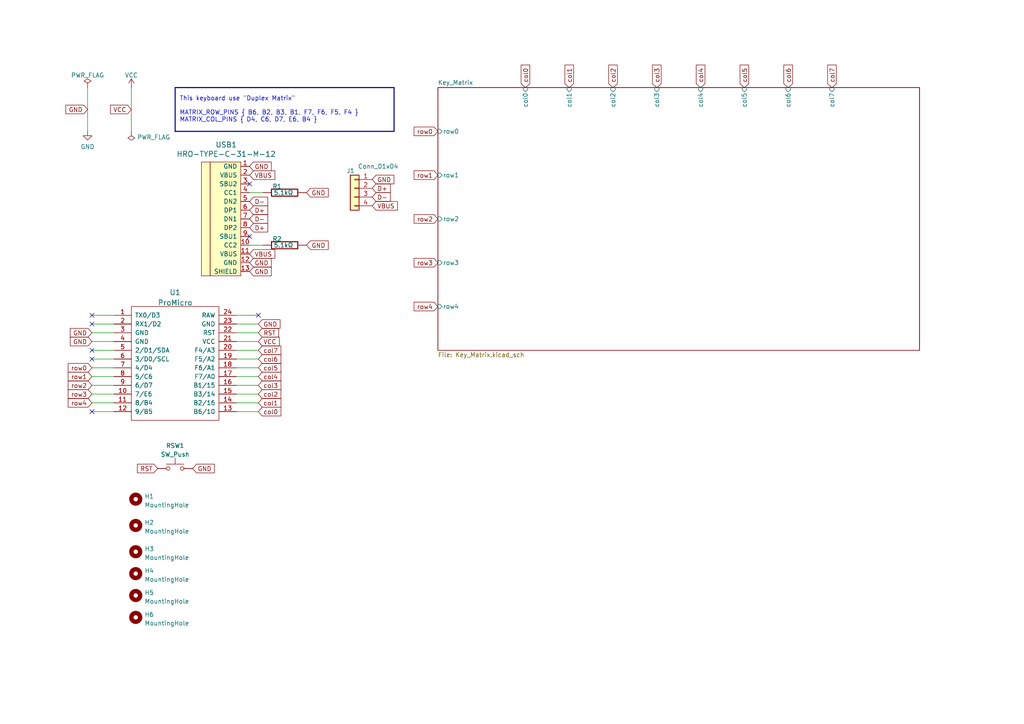
<source format=kicad_sch>
(kicad_sch (version 20211123) (generator eeschema)
  (paper "A4")
  (lib_symbols
    (symbol "Connector_Generic:Conn_01x04" (pin_names (offset 1.016) hide)
      (property "Reference" "J" (at 0 5.08 0))
      (property "Value" "Conn_01x04" (at 0 -7.62 0))
      (symbol "Conn_01x04_1_1"
        (rectangle (start -1.27 -4.953) (end 0 -5.207) (stroke (width 0.1524)))
        (rectangle (start -1.27 -2.413) (end 0 -2.667) (stroke (width 0.1524)))
        (rectangle (start -1.27 0.127) (end 0 -0.127) (stroke (width 0.1524)))
        (rectangle (start -1.27 2.667) (end 0 2.413) (stroke (width 0.1524)))
        (rectangle (start -1.27 3.81) (end 1.27 -6.35) (stroke (width 0.254)) (fill (type background)))
        (pin passive line (at -5.08 2.54 0) (length 3.81) (name "Pin_1") (number "1"))
        (pin passive line (at -5.08 0 0) (length 3.81) (name "Pin_2") (number "2"))
        (pin passive line (at -5.08 -2.54 0) (length 3.81) (name "Pin_3") (number "3"))
        (pin passive line (at -5.08 -5.08 0) (length 3.81) (name "Pin_4") (number "4"))
      )
    )
    (symbol "DCJACK:R" (pin_numbers hide) (pin_names (offset 0))
      (property "Reference" "R" (at 2.032 0 90))
      (property "Value" "R" (at 0 0 90))
      (symbol "R_0_1"
        (rectangle (start -1.016 3.81) (end 1.016 -3.81) (stroke (width 0.3048)))
      )
      (symbol "R_1_1"
        (pin passive line (at 0 6.35 270) (length 2.54) (name "~") (number "1"))
        (pin passive line (at 0 -6.35 90) (length 2.54) (name "~") (number "2"))
      )
    )
    (symbol "JP60-rescue:HRO-TYPE-C-31-M-12-Type-C" (pin_names (offset 1.016))
      (property "Reference" "USB" (at -5.08 16.51 0))
      (property "Value" "HRO-TYPE-C-31-M-12-Type-C" (at -10.16 -1.27 90))
      (symbol "HRO-TYPE-C-31-M-12-Type-C_0_1"
        (rectangle (start -11.43 15.24) (end -8.89 -17.78) (fill (type background)))
        (rectangle (start 0 -17.78) (end -8.89 15.24) (fill (type background)))
      )
      (symbol "HRO-TYPE-C-31-M-12-Type-C_1_1"
        (pin input line (at 2.54 13.97 180) (length 2.54) (name "GND") (number "1"))
        (pin input line (at 2.54 -8.89 180) (length 2.54) (name "CC2") (number "10"))
        (pin input line (at 2.54 -11.43 180) (length 2.54) (name "VBUS") (number "11"))
        (pin input line (at 2.54 -13.97 180) (length 2.54) (name "GND") (number "12"))
        (pin input line (at 2.54 -16.51 180) (length 2.54) (name "SHIELD") (number "13"))
        (pin input line (at 2.54 11.43 180) (length 2.54) (name "VBUS") (number "2"))
        (pin input line (at 2.54 8.89 180) (length 2.54) (name "SBU2") (number "3"))
        (pin input line (at 2.54 6.35 180) (length 2.54) (name "CC1") (number "4"))
        (pin input line (at 2.54 3.81 180) (length 2.54) (name "DN2") (number "5"))
        (pin input line (at 2.54 1.27 180) (length 2.54) (name "DP1") (number "6"))
        (pin input line (at 2.54 -1.27 180) (length 2.54) (name "DN1") (number "7"))
        (pin input line (at 2.54 -3.81 180) (length 2.54) (name "DP2") (number "8"))
        (pin input line (at 2.54 -6.35 180) (length 2.54) (name "SBU1") (number "9"))
      )
    )
    (symbol "Mechanical:MountingHole" (pin_names (offset 1.016))
      (property "Reference" "H" (at 0 5.08 0))
      (property "Value" "MountingHole" (at 0 3.175 0))
      (symbol "MountingHole_0_1"
        (circle (center 0 0) (radius 1.27) (stroke (width 1.27)))
      )
    )
    (symbol "Switch:SW_Push" (pin_numbers hide) (pin_names (offset 1.016) hide)
      (property "Reference" "SW" (at 1.27 2.54 0))
      (property "Value" "SW_Push" (at 0 -1.524 0))
      (symbol "SW_Push_0_1"
        (circle (center -2.032 0) (radius 0.508))
        (polyline (pts (xy 0 1.27) (xy 0 3.048)))
        (polyline (pts (xy 2.54 1.27) (xy -2.54 1.27)))
        (circle (center 2.032 0) (radius 0.508))
        (pin passive line (at -5.08 0 0) (length 2.54) (name "1") (number "1"))
        (pin passive line (at 5.08 0 180) (length 2.54) (name "2") (number "2"))
      )
    )
    (symbol "kbd:ProMicro" (pin_names (offset 1.016))
      (property "Reference" "U" (at 0 19.05 0))
      (property "Value" "ProMicro" (at 0 -19.05 0))
      (symbol "ProMicro_0_1"
        (rectangle (start -12.7 16.51) (end 12.7 -16.51))
      )
      (symbol "ProMicro_1_1"
        (pin bidirectional line (at -17.78 13.97 0) (length 5.08) (name "TX0/D3") (number "1"))
        (pin bidirectional line (at -17.78 -8.89 0) (length 5.08) (name "7/E6") (number "10"))
        (pin bidirectional line (at -17.78 -11.43 0) (length 5.08) (name "8/B4") (number "11"))
        (pin bidirectional line (at -17.78 -13.97 0) (length 5.08) (name "9/B5") (number "12"))
        (pin bidirectional line (at 17.78 -13.97 180) (length 5.08) (name "B6/10") (number "13"))
        (pin bidirectional line (at 17.78 -11.43 180) (length 5.08) (name "B2/16") (number "14"))
        (pin bidirectional line (at 17.78 -8.89 180) (length 5.08) (name "B3/14") (number "15"))
        (pin bidirectional line (at 17.78 -6.35 180) (length 5.08) (name "B1/15") (number "16"))
        (pin bidirectional line (at 17.78 -3.81 180) (length 5.08) (name "F7/A0") (number "17"))
        (pin bidirectional line (at 17.78 -1.27 180) (length 5.08) (name "F6/A1") (number "18"))
        (pin bidirectional line (at 17.78 1.27 180) (length 5.08) (name "F5/A2") (number "19"))
        (pin bidirectional line (at -17.78 11.43 0) (length 5.08) (name "RX1/D2") (number "2"))
        (pin bidirectional line (at 17.78 3.81 180) (length 5.08) (name "F4/A3") (number "20"))
        (pin power_in line (at 17.78 6.35 180) (length 5.08) (name "VCC") (number "21"))
        (pin input line (at 17.78 8.89 180) (length 5.08) (name "RST") (number "22"))
        (pin power_in line (at 17.78 11.43 180) (length 5.08) (name "GND") (number "23"))
        (pin power_out line (at 17.78 13.97 180) (length 5.08) (name "RAW") (number "24"))
        (pin power_in line (at -17.78 8.89 0) (length 5.08) (name "GND") (number "3"))
        (pin power_in line (at -17.78 6.35 0) (length 5.08) (name "GND") (number "4"))
        (pin bidirectional line (at -17.78 3.81 0) (length 5.08) (name "2/D1/SDA") (number "5"))
        (pin bidirectional line (at -17.78 1.27 0) (length 5.08) (name "3/D0/SCL") (number "6"))
        (pin bidirectional line (at -17.78 -1.27 0) (length 5.08) (name "4/D4") (number "7"))
        (pin bidirectional line (at -17.78 -3.81 0) (length 5.08) (name "5/C6") (number "8"))
        (pin bidirectional line (at -17.78 -6.35 0) (length 5.08) (name "6/D7") (number "9"))
      )
    )
    (symbol "power:GND" (power) (pin_names (offset 0))
      (property "Value" "GND" (at 0 -3.81 0))
      (symbol "GND_0_1"
        (polyline (pts (xy 0 0) (xy 0 -1.27) (xy 1.27 -1.27) (xy 0 -2.54) (xy -1.27 -1.27) (xy 0 -1.27)))
      )
      (symbol "GND_1_1"
        (pin power_in line (at 0 0 270) (length 0) hide (name "GND") (number "1"))
      )
    )
    (symbol "power:PWR_FLAG" (power) (pin_numbers hide) (pin_names (offset 0) hide)
      (property "Value" "PWR_FLAG" (at 0 3.81 0))
      (symbol "PWR_FLAG_0_0"
        (pin power_out line (at 0 0 90) (length 0) (name "pwr") (number "1"))
      )
      (symbol "PWR_FLAG_0_1"
        (polyline (pts (xy 0 0) (xy 0 1.27) (xy -1.016 1.905) (xy 0 2.54) (xy 1.016 1.905) (xy 0 1.27)))
      )
    )
    (symbol "power:VCC" (power) (pin_names (offset 0))
      (property "Value" "VCC" (at 0 3.81 0))
      (symbol "VCC_0_1"
        (polyline (pts (xy -0.762 1.27) (xy 0 2.54)))
        (polyline (pts (xy 0 0) (xy 0 2.54)))
        (polyline (pts (xy 0 2.54) (xy 0.762 1.27)))
      )
      (symbol "VCC_1_1"
        (pin power_in line (at 0 0 90) (length 0) hide (name "VCC") (number "1"))
      )
    )
  )
  (no_connect (at 26.67 93.98))
  (no_connect (at 26.67 91.44))
  (no_connect (at 26.67 119.38))
  (no_connect (at 26.67 101.6))
  (no_connect (at 26.67 104.14))
  (no_connect (at 74.93 91.44))
  (no_connect (at 72.39 53.34))
  (no_connect (at 72.39 68.58))
  (wire (pts (xy 26.67 91.44) (xy 33.02 91.44)))
  (wire (pts (xy 26.67 111.76) (xy 33.02 111.76)))
  (wire (pts (xy 26.67 101.6) (xy 33.02 101.6)))
  (wire (pts (xy 68.58 119.38) (xy 74.93 119.38)))
  (wire (pts (xy 25.4 38.1) (xy 25.4 25.4)))
  (wire (pts (xy 68.58 96.52) (xy 74.93 96.52)))
  (wire (pts (xy 26.67 114.3) (xy 33.02 114.3)))
  (wire (pts (xy 26.67 104.14) (xy 33.02 104.14)))
  (wire (pts (xy 68.58 93.98) (xy 74.93 93.98)))
  (wire (pts (xy 72.39 71.12) (xy 76.2 71.12)))
  (bus (pts (xy 50.8 38.1) (xy 114.3 38.1)))
  (bus (pts (xy 114.3 38.1) (xy 114.3 25.4)))
  (wire (pts (xy 68.58 116.84) (xy 74.93 116.84)))
  (bus (pts (xy 50.8 25.4) (xy 50.8 38.1)))
  (wire (pts (xy 68.58 91.44) (xy 74.93 91.44)))
  (wire (pts (xy 68.58 109.22) (xy 74.93 109.22)))
  (wire (pts (xy 26.67 119.38) (xy 33.02 119.38)))
  (wire (pts (xy 68.58 111.76) (xy 74.93 111.76)))
  (wire (pts (xy 26.67 93.98) (xy 33.02 93.98)))
  (wire (pts (xy 68.58 114.3) (xy 74.93 114.3)))
  (wire (pts (xy 68.58 101.6) (xy 74.93 101.6)))
  (wire (pts (xy 68.58 106.68) (xy 74.93 106.68)))
  (wire (pts (xy 68.58 99.06) (xy 74.93 99.06)))
  (wire (pts (xy 38.1 38.1) (xy 38.1 25.4)))
  (wire (pts (xy 26.67 106.68) (xy 33.02 106.68)))
  (wire (pts (xy 26.67 96.52) (xy 33.02 96.52)))
  (wire (pts (xy 68.58 104.14) (xy 74.93 104.14)))
  (wire (pts (xy 72.39 55.88) (xy 76.2 55.88)))
  (wire (pts (xy 26.67 99.06) (xy 33.02 99.06)))
  (wire (pts (xy 26.67 116.84) (xy 33.02 116.84)))
  (wire (pts (xy 26.67 109.22) (xy 33.02 109.22)))
  (bus (pts (xy 50.8 25.4) (xy 114.3 25.4)))
  (text "This keyboard use \"Duplex Matrix\"\n\nMATRIX_ROW_PINS { B6, B2, B3, B1, F7, F6, F5, F4 }\nMATRIX_COL_PINS { D4, C6, D7, E6, B4 }" (at 52.07 35.56 0) (effects (font (size 1.27 1.27)) (justify left bottom)))
  (global_label "col0" (shape input) (at 74.93 119.38 0) (property "Intersheet References" "${INTERSHEET_REFS}" (effects hide)))
  (global_label "row2" (shape input) (at 26.67 111.76 180) (property "Intersheet References" "${INTERSHEET_REFS}" (effects hide)))
  (global_label "GND" (shape input) (at 55.88 135.89 0) (property "Intersheet References" "${INTERSHEET_REFS}" (effects hide)))
  (global_label "GND" (shape input) (at 72.39 48.26 0) (property "Intersheet References" "${INTERSHEET_REFS}" (effects hide)))
  (global_label "VCC" (shape input) (at 74.93 99.06 0) (property "Intersheet References" "${INTERSHEET_REFS}" (effects hide)))
  (global_label "row0" (shape input) (at 26.67 106.68 180) (property "Intersheet References" "${INTERSHEET_REFS}" (effects hide)))
  (global_label "GND" (shape input) (at 88.9 71.12 0) (property "Intersheet References" "${INTERSHEET_REFS}" (effects hide)))
  (global_label "D-" (shape input) (at 107.95 57.15 0) (property "Intersheet References" "${INTERSHEET_REFS}" (effects hide)))
  (global_label "GND" (shape input) (at 26.67 99.06 180) (property "Intersheet References" "${INTERSHEET_REFS}" (effects hide)))
  (global_label "col3" (shape input) (at 190.5 25.4 90) (property "Intersheet References" "${INTERSHEET_REFS}" (effects hide)))
  (global_label "row2" (shape input) (at 127 63.5 180) (property "Intersheet References" "${INTERSHEET_REFS}" (effects hide)))
  (global_label "row3" (shape input) (at 26.67 114.3 180) (property "Intersheet References" "${INTERSHEET_REFS}" (effects hide)))
  (global_label "GND" (shape input) (at 88.9 55.88 0) (property "Intersheet References" "${INTERSHEET_REFS}" (effects hide)))
  (global_label "RST" (shape input) (at 45.72 135.89 180) (property "Intersheet References" "${INTERSHEET_REFS}" (effects hide)))
  (global_label "VBUS" (shape input) (at 72.39 50.8 0) (property "Intersheet References" "${INTERSHEET_REFS}" (effects hide)))
  (global_label "RST" (shape input) (at 74.93 96.52 0) (property "Intersheet References" "${INTERSHEET_REFS}" (effects hide)))
  (global_label "D-" (shape input) (at 72.39 63.5 0) (property "Intersheet References" "${INTERSHEET_REFS}" (effects hide)))
  (global_label "col2" (shape input) (at 177.8 25.4 90) (property "Intersheet References" "${INTERSHEET_REFS}" (effects hide)))
  (global_label "col7" (shape input) (at 241.3 25.4 90) (property "Intersheet References" "${INTERSHEET_REFS}" (effects hide)))
  (global_label "row1" (shape input) (at 127 50.8 180) (property "Intersheet References" "${INTERSHEET_REFS}" (effects hide)))
  (global_label "VBUS" (shape input) (at 72.39 73.66 0) (property "Intersheet References" "${INTERSHEET_REFS}" (effects hide)))
  (global_label "col5" (shape input) (at 215.9 25.4 90) (property "Intersheet References" "${INTERSHEET_REFS}" (effects hide)))
  (global_label "col3" (shape input) (at 74.93 111.76 0) (property "Intersheet References" "${INTERSHEET_REFS}" (effects hide)))
  (global_label "GND" (shape input) (at 74.93 93.98 0) (property "Intersheet References" "${INTERSHEET_REFS}" (effects hide)))
  (global_label "GND" (shape input) (at 72.39 78.74 0) (property "Intersheet References" "${INTERSHEET_REFS}" (effects hide)))
  (global_label "row3" (shape input) (at 127 76.2 180) (property "Intersheet References" "${INTERSHEET_REFS}" (effects hide)))
  (global_label "row4" (shape input) (at 127 88.9 180) (property "Intersheet References" "${INTERSHEET_REFS}" (effects hide)))
  (global_label "col1" (shape input) (at 165.1 25.4 90) (property "Intersheet References" "${INTERSHEET_REFS}" (effects hide)))
  (global_label "GND" (shape input) (at 26.67 96.52 180) (property "Intersheet References" "${INTERSHEET_REFS}" (effects hide)))
  (global_label "col0" (shape input) (at 152.4 25.4 90) (property "Intersheet References" "${INTERSHEET_REFS}" (effects hide)))
  (global_label "D-" (shape input) (at 72.39 58.42 0) (property "Intersheet References" "${INTERSHEET_REFS}" (effects hide)))
  (global_label "VBUS" (shape input) (at 107.95 59.69 0) (property "Intersheet References" "${INTERSHEET_REFS}" (effects hide)))
  (global_label "row1" (shape input) (at 26.67 109.22 180) (property "Intersheet References" "${INTERSHEET_REFS}" (effects hide)))
  (global_label "GND" (shape input) (at 25.4 31.75 180) (property "Intersheet References" "${INTERSHEET_REFS}" (effects hide)))
  (global_label "col4" (shape input) (at 203.2 25.4 90) (property "Intersheet References" "${INTERSHEET_REFS}" (effects hide)))
  (global_label "D+" (shape input) (at 107.95 54.61 0) (property "Intersheet References" "${INTERSHEET_REFS}" (effects hide)))
  (global_label "col7" (shape input) (at 74.93 101.6 0) (property "Intersheet References" "${INTERSHEET_REFS}" (effects hide)))
  (global_label "D+" (shape input) (at 72.39 66.04 0) (property "Intersheet References" "${INTERSHEET_REFS}" (effects hide)))
  (global_label "GND" (shape input) (at 107.95 52.07 0) (property "Intersheet References" "${INTERSHEET_REFS}" (effects hide)))
  (global_label "col6" (shape input) (at 228.6 25.4 90) (property "Intersheet References" "${INTERSHEET_REFS}" (effects hide)))
  (global_label "GND" (shape input) (at 72.39 76.2 0) (property "Intersheet References" "${INTERSHEET_REFS}" (effects hide)))
  (global_label "row4" (shape input) (at 26.67 116.84 180) (property "Intersheet References" "${INTERSHEET_REFS}" (effects hide)))
  (global_label "row0" (shape input) (at 127 38.1 180) (property "Intersheet References" "${INTERSHEET_REFS}" (effects hide)))
  (global_label "VCC" (shape input) (at 38.1 31.75 180) (property "Intersheet References" "${INTERSHEET_REFS}" (effects hide)))
  (global_label "col2" (shape input) (at 74.93 114.3 0) (property "Intersheet References" "${INTERSHEET_REFS}" (effects hide)))
  (global_label "D+" (shape input) (at 72.39 60.96 0) (property "Intersheet References" "${INTERSHEET_REFS}" (effects hide)))
  (global_label "col4" (shape input) (at 74.93 109.22 0) (property "Intersheet References" "${INTERSHEET_REFS}" (effects hide)))
  (global_label "col6" (shape input) (at 74.93 104.14 0) (property "Intersheet References" "${INTERSHEET_REFS}" (effects hide)))
  (global_label "col1" (shape input) (at 74.93 116.84 0) (property "Intersheet References" "${INTERSHEET_REFS}" (effects hide)))
  (global_label "col5" (shape input) (at 74.93 106.68 0) (property "Intersheet References" "${INTERSHEET_REFS}" (effects hide)))
  (symbol (lib_id "DCJACK:R") (at 82.55 55.88 90) (unit 1)
    (property "Reference" "R1" (at 81.7153 54.0766 90) (effects (justify left)))
    (property "Value" "5.1kΩ" (at 85.09 55.88 90) (effects (justify left)))
    (property "Footprint" "Resistor_THT:R_Axial_DIN0204_L3.6mm_D1.6mm_P7.62mm_Horizontal" (effects hide))
  )
  (symbol (lib_id "JP60-rescue:HRO-TYPE-C-31-M-12-Type-C") (at 69.85 62.23 0) (unit 1)
    (property "Reference" "USB1" (at 65.6082 41.9862 0) (effects (font (size 1.524 1.524))))
    (property "Value" "HRO-TYPE-C-31-M-12" (at 65.6082 44.6786 0) (effects (font (size 1.524 1.524))))
    (property "Footprint" "Keebio-Parts:HRO-TYPE-C-31-M-12-Assembly" (effects hide))
  )
  (symbol (lib_id "Connector_Generic:Conn_01x04") (at 102.87 54.61 0) (mirror y) (unit 1)
    (property "Reference" "J1" (at 102.87 49.53 0) (effects (justify left)))
    (property "Value" "Conn_01x04" (at 115.57 48.26 0) (effects (justify left)))
    (property "Footprint" "footprint:XH2.54_4pin" (effects hide))
  )
  (symbol (lib_id "kbd:ProMicro") (at 50.8 105.41 0) (unit 1)
    (property "Reference" "U1" (at 50.8 84.8159 0) (effects (font (size 1.524 1.524))))
    (property "Value" "ProMicro" (at 50.8 87.8093 0) (effects (font (size 1.524 1.524))))
    (property "Footprint" "footprint:BMP_Bottom_Front_Side" (effects hide))
  )
  (symbol (lib_id "DCJACK:R") (at 82.55 71.12 90) (unit 1)
    (property "Reference" "R2" (at 81.7153 69.3166 90) (effects (justify left)))
    (property "Value" "5.1kΩ" (at 85.09 71.12 90) (effects (justify left)))
    (property "Footprint" "Resistor_THT:R_Axial_DIN0204_L3.6mm_D1.6mm_P7.62mm_Horizontal" (effects hide))
  )
  (symbol (lib_id "Switch:SW_Push") (at 50.8 135.89 0) (unit 1)
    (property "Reference" "RSW1" (at 50.8 129.2692 0))
    (property "Value" "SW_Push" (at 50.8 131.8061 0))
    (property "Footprint" "footprint:ResetSW_1side" (effects hide))
  )
  (symbol (lib_id "power:GND") (at 25.4 38.1 0) (unit 1)
    (property "Reference" "#PWR02" (effects hide))
    (property "Value" "GND" (at 25.4 42.5434 0))
  )
  (symbol (lib_id "power:VCC") (at 38.1 25.4 0) (unit 1)
    (property "Reference" "#PWR01" (effects hide))
    (property "Value" "VCC" (at 38.1 21.8242 0))
  )
  (symbol (lib_id "Mechanical:MountingHole") (at 39.37 152.4 0) (unit 1)
    (property "Reference" "H2" (at 41.91 151.5653 0) (effects (justify left)))
    (property "Value" "MountingHole" (at 41.91 154.1022 0) (effects (justify left)))
    (property "Footprint" "footprint:poker_hole1" (effects hide))
  )
  (symbol (lib_id "Mechanical:MountingHole") (at 39.37 179.07 0) (unit 1)
    (property "Reference" "H6" (at 41.91 178.2353 0) (effects (justify left)))
    (property "Value" "MountingHole" (at 41.91 180.7722 0) (effects (justify left)))
    (property "Footprint" "footprint:poker_hole2" (effects hide))
  )
  (symbol (lib_id "Mechanical:MountingHole") (at 39.37 172.72 0) (unit 1)
    (property "Reference" "H5" (at 41.91 171.8853 0) (effects (justify left)))
    (property "Value" "MountingHole" (at 41.91 174.4222 0) (effects (justify left)))
    (property "Footprint" "footprint:poker_hole3" (effects hide))
  )
  (symbol (lib_id "power:PWR_FLAG") (at 25.4 25.4 0) (unit 1)
    (property "Reference" "#FLG01" (effects hide))
    (property "Value" "PWR_FLAG" (at 25.4 21.8242 0))
  )
  (symbol (lib_id "Mechanical:MountingHole") (at 39.37 144.78 0) (unit 1)
    (property "Reference" "H1" (at 41.91 143.9453 0) (effects (justify left)))
    (property "Value" "MountingHole" (at 41.91 146.4822 0) (effects (justify left)))
    (property "Footprint" "footprint:poker_hole1" (effects hide))
  )
  (symbol (lib_id "Mechanical:MountingHole") (at 39.37 166.37 0) (unit 1)
    (property "Reference" "H4" (at 41.91 165.5353 0) (effects (justify left)))
    (property "Value" "MountingHole" (at 41.91 168.0722 0) (effects (justify left)))
    (property "Footprint" "footprint:poker_hole3" (effects hide))
  )
  (symbol (lib_id "power:PWR_FLAG") (at 38.1 38.1 180) (unit 1)
    (property "Reference" "#FLG02" (effects hide))
    (property "Value" "PWR_FLAG" (at 39.751 39.8038 0) (effects (justify right)))
  )
  (symbol (lib_id "Mechanical:MountingHole") (at 39.37 160.02 0) (unit 1)
    (property "Reference" "H3" (at 41.91 159.1853 0) (effects (justify left)))
    (property "Value" "MountingHole" (at 41.91 161.7222 0) (effects (justify left)))
    (property "Footprint" "footprint:poker_hole2" (effects hide))
  )
  (sheet (at 127 25.4) (size 139.7 76.2) (stroke (width 0.1524))
    (property "Sheet name" "Key_Matrix" (at 127 24.6884 0) (effects (justify left bottom)))
    (property "Sheet file" "Key_Matrix.kicad_sch" (at 127 102.1846 0) (effects (justify left top)))
    (pin "col2" input (at 177.8 25.4 90))
    (pin "row2" input (at 127 63.5 180))
    (pin "row3" input (at 127 76.2 180))
    (pin "row4" input (at 127 88.9 180))
    (pin "col1" input (at 165.1 25.4 90))
    (pin "row1" input (at 127 50.8 180))
    (pin "row0" input (at 127 38.1 180))
    (pin "col0" input (at 152.4 25.4 90))
    (pin "col3" input (at 190.5 25.4 90))
    (pin "col4" input (at 203.2 25.4 90))
    (pin "col7" input (at 241.3 25.4 90))
    (pin "col5" input (at 215.9 25.4 90))
    (pin "col6" input (at 228.6 25.4 90))
  )
)
</source>
